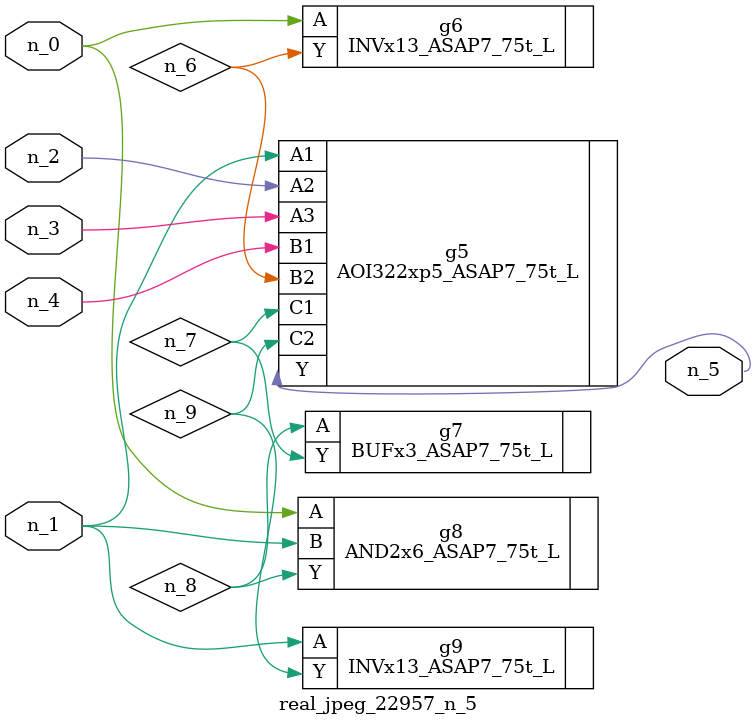
<source format=v>
module real_jpeg_22957_n_5 (n_4, n_0, n_1, n_2, n_3, n_5);

input n_4;
input n_0;
input n_1;
input n_2;
input n_3;

output n_5;

wire n_8;
wire n_6;
wire n_7;
wire n_9;

INVx13_ASAP7_75t_L g6 ( 
.A(n_0),
.Y(n_6)
);

AND2x6_ASAP7_75t_L g8 ( 
.A(n_0),
.B(n_1),
.Y(n_8)
);

AOI322xp5_ASAP7_75t_L g5 ( 
.A1(n_1),
.A2(n_2),
.A3(n_3),
.B1(n_4),
.B2(n_6),
.C1(n_7),
.C2(n_9),
.Y(n_5)
);

INVx13_ASAP7_75t_L g9 ( 
.A(n_1),
.Y(n_9)
);

BUFx3_ASAP7_75t_L g7 ( 
.A(n_8),
.Y(n_7)
);


endmodule
</source>
